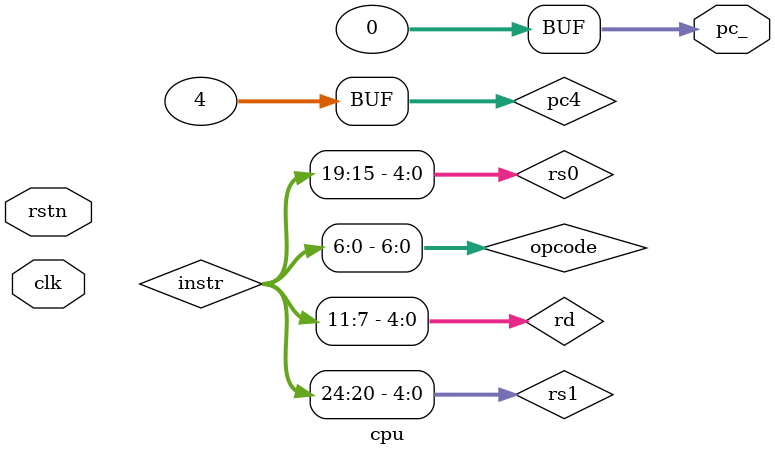
<source format=sv>
`timescale 1ns / 1ps


module cpu(
    input wire clk,
    input wire rstn,
    output logic [31:0] pc_
    );

    // pc
    logic [31:0] pcnext;
    flop pc(.clk(clk), .rstn(rstn), .data(pcnext), .q(pc_));

    initial begin
        pc_ = 32'b0;
    end

    logic [31:0] instr; // todo I-Memory
    logic [6:0] funct7;
    logic [2:0] funct3;
    logic [6:0] opcode;
    logic [4:0] rs0, rs1, rd;
    assign funct7 = instr[31:25];
    assign funct3 = instr[14:12];
    assign opcode = instr[6:0];
    assign rs0 = instr[19:15];
    assign rs1 = instr[24:20];
    assign rd = instr[11:7];

    ram_distributed imem(.clk(clk),
                         .we(1'b0),
                         .addr(pc_[11:2]), // pc[1:0] == 2'b00
                         .di(32'b0),
                         .dout(instr));

    logic [31:0] imm;
    immgen immgen(.instr(instr),
                  .imm(imm));

    logic [31:0] pc4, pcimm;
    assign pc4 = pc_ + 32'b100;
    assign pcimm = pc_ + imm;

    logic [1:0] memtoreg;
    logic memwrite;
    logic [1:0] branchjump; 
    logic [1:0] aluop;
    logic alusrc0;
    logic alusrc1;
    logic regwrite;
    single_cycle_control control(.opcode(opcode), 
                                 .funct3(funct3), 
                                 .funct7(funct7),
                                 .memtoreg(memtoreg), 
                                 .memwrite(memwrite), 
                                 .branchjump(branchjump),
                                 .aluop(aluop),
                                 .alusrc0(alusrc0),
                                 .alusrc1(alusrc1),
                                 .regwrite(regwrite));

    logic [31:0] regwdata;
    logic [31:0] rdata0;
    logic [31:0] rdata1;
    register_file reg_file(.clk(clk),
                           .rstn(rstn),
                           .raddr0(rs0),
                           .raddr1(rs1),
                           .we(regwrite),
                           .waddr(rd),
                           .wdata(regwdata),
                           .rdata0(rdata0),
                           .rdata1(rdata1));

    
    logic [31:0] src0;
    logic [31:0] src1;
    mux2 src0mux2(.data0(rdata0),
                  .data1(32'b0),
                  .s(alusrc0),
                  .data(src0));
    mux2 src1mux2(.data0(rdata1),
                  .data1(imm),
                  .s(alusrc1),
                  .data(src1));

    logic flag;
    logic [31:0] aluresult;
    alu alu(.src0(src0),
            .src1(src1),
            .aluop(aluop),
            .zero(flag),
            .result(aluresult));

    pc_control pc_control(.branchjump(branchjump),
                          .flag(flag),
                          .pc4(pc4),
                          .pcimm(pcimm),
                          .aluresult(aluresult),
                          .pcnext(pcnext));
    
    
    logic [31:0] memrdata; //sign extend?
    ram_distributed dmem(.clk(clk),
                         .we(memwrite),
                         .addr(aluresult[11:2]), // lw, sw
                         .di(rdata1),
                         .dout(memrdata));
    // todo D-memory
    // memwdata = rdata1
    // memwrite flag
    // memaddr = aluresult

    mux4 regwdatamux4(.data0(aluresult),
                      .data1(memrdata),
                      .data2(pc4),
                      .data3(pcimm),
                      .s(memtoreg),
                      .data(regwdata));

endmodule

</source>
